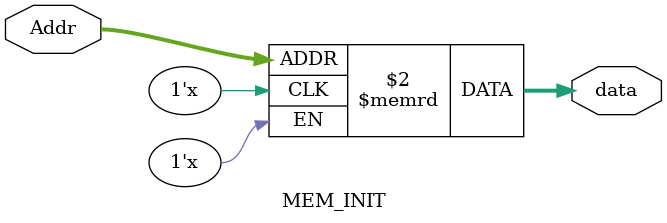
<source format=sv>
module MEM_INIT #(parameter NAME = "")(input logic [6:0] Addr, output logic [7:0] data);
 
reg [7:0] DataMemory [0:65000];
  initial begin
		if (NAME != "") begin
			$readmemb(NAME, DataMemory);
		end
	end
	
	always @(Addr) begin
		data = DataMemory[Addr];
	end

endmodule 
</source>
